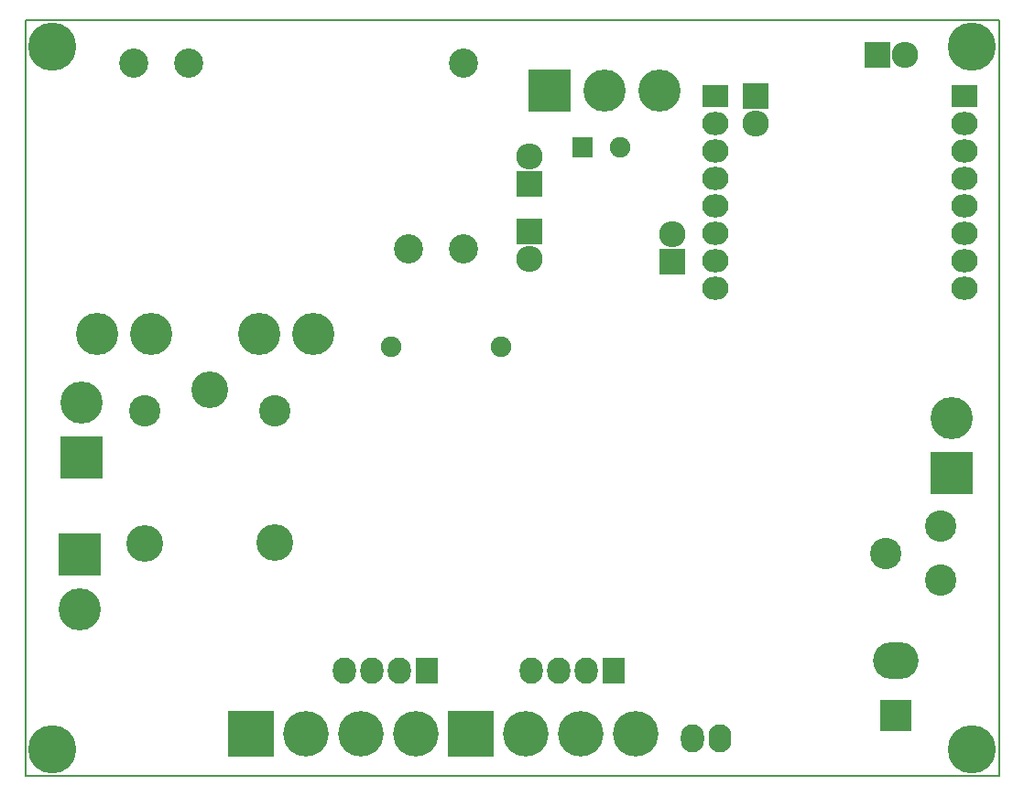
<source format=gbr>
%TF.GenerationSoftware,KiCad,Pcbnew,4.0.2+dfsg1-stable*%
%TF.CreationDate,2019-03-07T19:46:06+01:00*%
%TF.ProjectId,v2,76322E6B696361645F70636200000000,rev?*%
%TF.FileFunction,Soldermask,Bot*%
%FSLAX46Y46*%
G04 Gerber Fmt 4.6, Leading zero omitted, Abs format (unit mm)*
G04 Created by KiCad (PCBNEW 4.0.2+dfsg1-stable) date czw, 7 mar 2019, 19:46:06*
%MOMM*%
G01*
G04 APERTURE LIST*
%ADD10C,0.100000*%
%ADD11C,0.150000*%
%ADD12R,3.900000X3.900000*%
%ADD13C,3.900000*%
%ADD14O,2.432000X2.127200*%
%ADD15R,2.432000X2.127200*%
%ADD16C,2.700000*%
%ADD17O,2.100000X2.600000*%
%ADD18O,2.120000X2.600000*%
%ADD19C,1.900000*%
%ADD20R,2.432000X2.432000*%
%ADD21O,2.432000X2.432000*%
%ADD22R,2.940000X2.940000*%
%ADD23O,4.200000X3.400000*%
%ADD24C,4.210000*%
%ADD25R,4.210000X4.210000*%
%ADD26C,2.900000*%
%ADD27C,3.400000*%
%ADD28C,2.899360*%
%ADD29R,2.127200X2.432000*%
%ADD30O,2.127200X2.432000*%
%ADD31C,4.464000*%
%ADD32R,1.900000X1.900000*%
G04 APERTURE END LIST*
D10*
D11*
X0Y0D02*
X90000000Y0D01*
X0Y-70000000D02*
X0Y0D01*
X90000000Y-70000000D02*
X0Y-70000000D01*
X90000000Y0D02*
X90000000Y-70000000D01*
D12*
X48450500Y-6540500D03*
D13*
X53530500Y-6540500D03*
X58610500Y-6540500D03*
D14*
X63811000Y-24844500D03*
X63811000Y-22304500D03*
X63811000Y-19764500D03*
X63811000Y-17224500D03*
X63811000Y-14684500D03*
X63811000Y-12144500D03*
X63811000Y-9604500D03*
D15*
X63811000Y-7064500D03*
X86811000Y-7064500D03*
D14*
X86811000Y-9604500D03*
X86811000Y-12144500D03*
X86811000Y-14684500D03*
X86811000Y-17224500D03*
X86811000Y-19764500D03*
X86811000Y-22304500D03*
X86811000Y-24844500D03*
D16*
X40480000Y-4000000D03*
X10000000Y-4000000D03*
X15080000Y-4000000D03*
X40480000Y-21180000D03*
X35400000Y-21180000D03*
D17*
X64250000Y-66500000D03*
D18*
X61710000Y-66500000D03*
D12*
X5200000Y-40540000D03*
D13*
X5200000Y-35460000D03*
D12*
X5000000Y-49460000D03*
D13*
X5000000Y-54540000D03*
X21638260Y-29083000D03*
X26636980Y-29083000D03*
X11635740Y-29083000D03*
X6637020Y-29083000D03*
D19*
X33860740Y-30226000D03*
X44020740Y-30226000D03*
D20*
X67500500Y-7048500D03*
D21*
X67500500Y-9588500D03*
D22*
X80500000Y-64340000D03*
D23*
X80500000Y-59260000D03*
D24*
X46228000Y-66040000D03*
X51308000Y-66040000D03*
D25*
X41148000Y-66040000D03*
D24*
X56388000Y-66040000D03*
D12*
X85598000Y-41910000D03*
D13*
X85598000Y-36830000D03*
D20*
X78820000Y-3270000D03*
D21*
X81360000Y-3270000D03*
D26*
X23068000Y-36176500D03*
D27*
X23068000Y-48376500D03*
X11018000Y-48426500D03*
D26*
X11068000Y-36176500D03*
D27*
X17018000Y-34226500D03*
D28*
X79542640Y-49362360D03*
X84582000Y-51861720D03*
X84582000Y-46863000D03*
D20*
X46620000Y-15220000D03*
D21*
X46620000Y-12680000D03*
D20*
X59817000Y-22352000D03*
D21*
X59817000Y-19812000D03*
D20*
X46620000Y-19570000D03*
D21*
X46620000Y-22110000D03*
D24*
X25908000Y-66040000D03*
X30988000Y-66040000D03*
D25*
X20828000Y-66040000D03*
D24*
X36068000Y-66040000D03*
D29*
X54356000Y-60198000D03*
D30*
X51816000Y-60198000D03*
X49276000Y-60198000D03*
X46736000Y-60198000D03*
D29*
X37084000Y-60198000D03*
D30*
X34544000Y-60198000D03*
X32004000Y-60198000D03*
X29464000Y-60198000D03*
D31*
X87500000Y-67500000D03*
X2500000Y-67500000D03*
X2500000Y-2500000D03*
X87500000Y-2500000D03*
D19*
X55020000Y-11820000D03*
D32*
X51520000Y-11820000D03*
M02*

</source>
